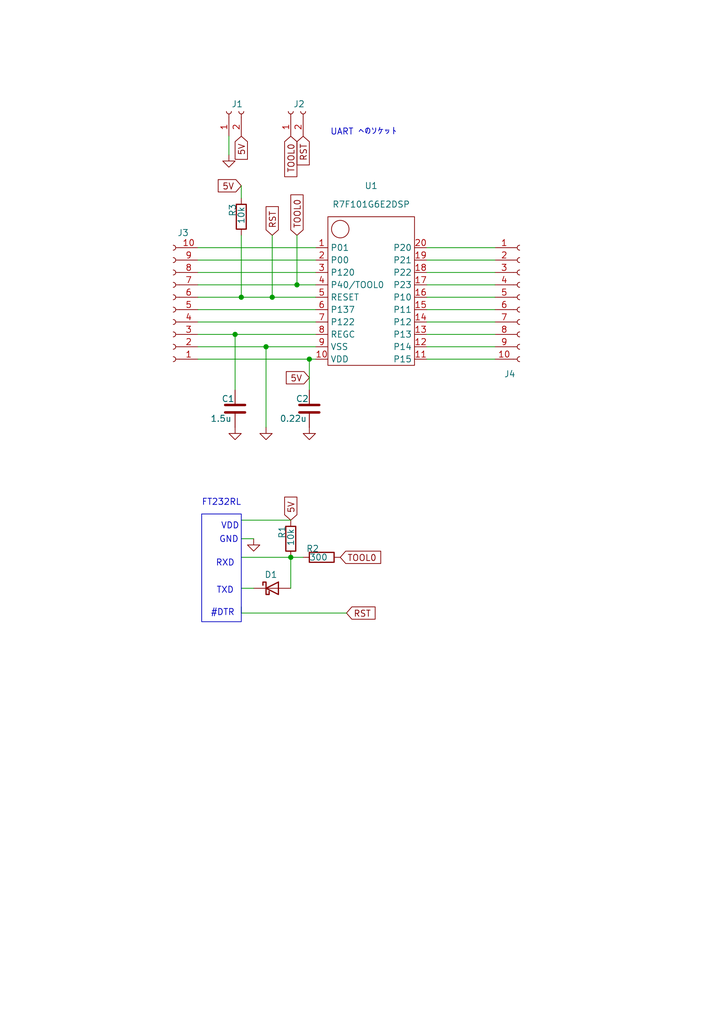
<source format=kicad_sch>
(kicad_sch (version 20250114) (generator "eeschema") (generator_version "9.0")
  (paper "A5" portrait)
  (lib_symbols
    (symbol "0Ore:R7F101G6E2DSP"
      (property "Reference" "U" (at 0 0 0))
      (symbol "R7F101G6E2DSP_0_1"
        (rectangle (start -8.89 31.75) (end 8.89 1.27))
        (circle (center -6.35 29.21) (radius 1.7961))
      )
      (symbol "R7F101G6E2DSP_1_1"
        (pin unspecified line (at -11.43 25.4 0) (length 2.54) (name "P01") (number "1"))
        (pin unspecified line (at -11.43 22.86 0) (length 2.54) (name "P00") (number "2"))
        (pin unspecified line (at -11.43 20.32 0) (length 2.54) (name "P120") (number "3"))
        (pin unspecified line (at -11.43 17.78 0) (length 2.54) (name "P40/TOOL0") (number "4"))
        (pin unspecified line (at -11.43 15.24 0) (length 2.54) (name "RESET") (number "5"))
        (pin unspecified line (at -11.43 12.7 0) (length 2.54) (name "P137") (number "6"))
        (pin unspecified line (at -11.43 10.16 0) (length 2.54) (name "P122") (number "7"))
        (pin unspecified line (at -11.43 7.62 0) (length 2.54) (name "REGC") (number "8"))
        (pin unspecified line (at -11.43 5.08 0) (length 2.54) (name "VSS") (number "9"))
        (pin unspecified line (at -11.43 2.54 0) (length 2.54) (name "VDD") (number "10"))
        (pin unspecified line (at 11.43 25.4 180) (length 2.54) (name "P20") (number "20"))
        (pin unspecified line (at 11.43 22.86 180) (length 2.54) (name "P21") (number "19"))
        (pin unspecified line (at 11.43 20.32 180) (length 2.54) (name "P22") (number "18"))
        (pin unspecified line (at 11.43 17.78 180) (length 2.54) (name "P23") (number "17"))
        (pin unspecified line (at 11.43 15.24 180) (length 2.54) (name "P10") (number "16"))
        (pin unspecified line (at 11.43 12.7 180) (length 2.54) (name "P11") (number "15"))
        (pin unspecified line (at 11.43 10.16 180) (length 2.54) (name "P12") (number "14"))
        (pin unspecified line (at 11.43 7.62 180) (length 2.54) (name "P13") (number "13"))
        (pin unspecified line (at 11.43 5.08 180) (length 2.54) (name "P14") (number "12"))
        (pin unspecified line (at 11.43 2.54 180) (length 2.54) (name "P15") (number "11"))
      )
    )
    (symbol "Connector:Conn_01x02_Socket" (pin_names (offset 1.016) (hide yes))
      (property "Reference" "J" (at 0 2.54 0))
      (property "Value" "Conn_01x02_Socket" (at 0 -5.08 0))
      (symbol "Conn_01x02_Socket_1_1"
        (polyline (pts (xy -1.27 0) (xy -0.508 0)) (stroke (width 0.1524)))
        (polyline (pts (xy -1.27 -2.54) (xy -0.508 -2.54)) (stroke (width 0.1524)))
        (arc (start 0 -0.508) (mid -0.5058 0) (end 0 0.508) (stroke (width 0.1524)))
        (arc (start 0 -3.048) (mid -0.5058 -2.54) (end 0 -2.032) (stroke (width 0.1524)))
        (pin passive line (at -5.08 0 0) (length 3.81) (name "Pin_1") (number "1"))
        (pin passive line (at -5.08 -2.54 0) (length 3.81) (name "Pin_2") (number "2"))
      )
    )
    (symbol "Connector:Conn_01x10_Socket" (pin_names (offset 1.016) (hide yes))
      (property "Reference" "J" (at 0 12.7 0))
      (property "Value" "Conn_01x10_Socket" (at 0 -15.24 0))
      (symbol "Conn_01x10_Socket_1_1"
        (polyline (pts (xy -1.27 10.16) (xy -0.508 10.16)) (stroke (width 0.1524)))
        (polyline (pts (xy -1.27 7.62) (xy -0.508 7.62)) (stroke (width 0.1524)))
        (polyline (pts (xy -1.27 5.08) (xy -0.508 5.08)) (stroke (width 0.1524)))
        (polyline (pts (xy -1.27 2.54) (xy -0.508 2.54)) (stroke (width 0.1524)))
        (polyline (pts (xy -1.27 0) (xy -0.508 0)) (stroke (width 0.1524)))
        (polyline (pts (xy -1.27 -2.54) (xy -0.508 -2.54)) (stroke (width 0.1524)))
        (polyline (pts (xy -1.27 -5.08) (xy -0.508 -5.08)) (stroke (width 0.1524)))
        (polyline (pts (xy -1.27 -7.62) (xy -0.508 -7.62)) (stroke (width 0.1524)))
        (polyline (pts (xy -1.27 -10.16) (xy -0.508 -10.16)) (stroke (width 0.1524)))
        (polyline (pts (xy -1.27 -12.7) (xy -0.508 -12.7)) (stroke (width 0.1524)))
        (arc (start 0 9.652) (mid -0.5058 10.16) (end 0 10.668) (stroke (width 0.1524)))
        (arc (start 0 7.112) (mid -0.5058 7.62) (end 0 8.128) (stroke (width 0.1524)))
        (arc (start 0 4.572) (mid -0.5058 5.08) (end 0 5.588) (stroke (width 0.1524)))
        (arc (start 0 2.032) (mid -0.5058 2.54) (end 0 3.048) (stroke (width 0.1524)))
        (arc (start 0 -0.508) (mid -0.5058 0) (end 0 0.508) (stroke (width 0.1524)))
        (arc (start 0 -3.048) (mid -0.5058 -2.54) (end 0 -2.032) (stroke (width 0.1524)))
        (arc (start 0 -5.588) (mid -0.5058 -5.08) (end 0 -4.572) (stroke (width 0.1524)))
        (arc (start 0 -8.128) (mid -0.5058 -7.62) (end 0 -7.112) (stroke (width 0.1524)))
        (arc (start 0 -10.668) (mid -0.5058 -10.16) (end 0 -9.652) (stroke (width 0.1524)))
        (arc (start 0 -13.208) (mid -0.5058 -12.7) (end 0 -12.192) (stroke (width 0.1524)))
        (pin passive line (at -5.08 10.16 0) (length 3.81) (name "Pin_1") (number "1"))
        (pin passive line (at -5.08 7.62 0) (length 3.81) (name "Pin_2") (number "2"))
        (pin passive line (at -5.08 5.08 0) (length 3.81) (name "Pin_3") (number "3"))
        (pin passive line (at -5.08 2.54 0) (length 3.81) (name "Pin_4") (number "4"))
        (pin passive line (at -5.08 0 0) (length 3.81) (name "Pin_5") (number "5"))
        (pin passive line (at -5.08 -2.54 0) (length 3.81) (name "Pin_6") (number "6"))
        (pin passive line (at -5.08 -5.08 0) (length 3.81) (name "Pin_7") (number "7"))
        (pin passive line (at -5.08 -7.62 0) (length 3.81) (name "Pin_8") (number "8"))
        (pin passive line (at -5.08 -10.16 0) (length 3.81) (name "Pin_9") (number "9"))
        (pin passive line (at -5.08 -12.7 0) (length 3.81) (name "Pin_10") (number "10"))
      )
    )
    (symbol "Device:C" (pin_numbers (hide yes)) (pin_names (offset 0.254))
      (property "Reference" "C" (at 0.635 2.54 0))
      (property "Value" "C" (at 0.635 -2.54 0))
      (symbol "C_0_1"
        (polyline (pts (xy -2.032 0.762) (xy 2.032 0.762)) (stroke (width 0.508)))
        (polyline (pts (xy -2.032 -0.762) (xy 2.032 -0.762)) (stroke (width 0.508)))
      )
      (symbol "C_1_1"
        (pin passive line (at 0 3.81 270) (length 2.794) (name "~") (number "1"))
        (pin passive line (at 0 -3.81 90) (length 2.794) (name "~") (number "2"))
      )
    )
    (symbol "Device:D_Schottky" (pin_numbers (hide yes)) (pin_names (offset 1.016) (hide yes))
      (property "Reference" "D" (at 0 2.54 0))
      (property "Value" "D_Schottky" (at 0 -2.54 0))
      (symbol "D_Schottky_0_1"
        (polyline (pts (xy -1.905 0.635) (xy -1.905 1.27) (xy -1.27 1.27) (xy -1.27 -1.27) (xy -0.635 -1.27) (xy -0.635 -0.635)) (stroke (width 0.254)))
        (polyline (pts (xy 1.27 1.27) (xy 1.27 -1.27) (xy -1.27 0) (xy 1.27 1.27)) (stroke (width 0.254)))
        (polyline (pts (xy 1.27 0) (xy -1.27 0)))
      )
      (symbol "D_Schottky_1_1"
        (pin passive line (at -3.81 0 0) (length 2.54) (name "K") (number "1"))
        (pin passive line (at 3.81 0 180) (length 2.54) (name "A") (number "2"))
      )
    )
    (symbol "Device:R" (pin_numbers (hide yes)) (pin_names (offset 0))
      (property "Reference" "R" (at 2.032 0 90))
      (property "Value" "R" (at 0 0 90))
      (symbol "R_0_1"
        (rectangle (start -1.016 -2.54) (end 1.016 2.54) (stroke (width 0.254)))
      )
      (symbol "R_1_1"
        (pin passive line (at 0 3.81 270) (length 1.27) (name "~") (number "1"))
        (pin passive line (at 0 -3.81 90) (length 1.27) (name "~") (number "2"))
      )
    )
    (symbol "power:GND" (power) (pin_numbers (hide yes)) (pin_names (offset 0) (hide yes))
      (property "Value" "GND" (at 0 -3.81 0))
      (symbol "GND_0_1"
        (polyline (pts (xy 0 0) (xy 0 -1.27) (xy 1.27 -1.27) (xy 0 -2.54) (xy -1.27 -1.27) (xy 0 -1.27)))
      )
      (symbol "GND_1_1"
        (pin power_in line (at 0 0 270) (length 0) (name "~") (number "1"))
      )
    )
  )
  (rectangle (start 41.402 105.41) (end 49.53 127.508))
  (text "VDD" (at 47.244 107.95 0) (effects (font (size 1.27 1.27))))
  (text "RXD" (at 46.228 115.57 0) (effects (font (size 1.27 1.27))))
  (text "#DTR" (at 45.72 125.73 0) (effects (font (size 1.27 1.27))))
  (text "FT232RL" (at 45.466 103.124 0) (effects (font (size 1.27 1.27))))
  (text "UART へのソケット" (at 74.676 27.178 0) (effects (font (size 1.27 1.27))))
  (text "GND" (at 46.99 110.744 0) (effects (font (size 1.27 1.27))))
  (text "TXD" (at 46.228 121.158 0) (effects (font (size 1.27 1.27))))
  (junction (at 63.5 73.66))
  (junction (at 59.69 114.3))
  (junction (at 55.88 60.96))
  (junction (at 60.96 58.42))
  (junction (at 48.26 68.58))
  (junction (at 54.61 71.12))
  (junction (at 49.53 60.96))
  (wire (pts (xy 40.64 58.42) (xy 60.96 58.42)))
  (wire (pts (xy 48.26 80.01) (xy 48.26 68.58)))
  (wire (pts (xy 48.26 68.58) (xy 64.77 68.58)))
  (wire (pts (xy 40.64 68.58) (xy 48.26 68.58)))
  (wire (pts (xy 40.64 60.96) (xy 49.53 60.96)))
  (wire (pts (xy 49.53 38.1) (xy 49.53 40.64)))
  (wire (pts (xy 87.63 66.04) (xy 101.6 66.04)))
  (wire (pts (xy 49.53 60.96) (xy 55.88 60.96)))
  (wire (pts (xy 59.69 114.3) (xy 59.69 120.65)))
  (wire (pts (xy 40.64 73.66) (xy 63.5 73.66)))
  (wire (pts (xy 40.64 71.12) (xy 54.61 71.12)))
  (wire (pts (xy 49.53 114.3) (xy 59.69 114.3)))
  (wire (pts (xy 55.88 48.26) (xy 55.88 60.96)))
  (wire (pts (xy 63.5 73.66) (xy 63.5 80.01)))
  (wire (pts (xy 64.77 71.12) (xy 54.61 71.12)))
  (wire (pts (xy 46.99 31.75) (xy 46.99 27.94)))
  (wire (pts (xy 87.63 63.5) (xy 101.6 63.5)))
  (wire (pts (xy 54.61 71.12) (xy 54.61 87.63)))
  (wire (pts (xy 60.96 58.42) (xy 64.77 58.42)))
  (wire (pts (xy 49.53 120.65) (xy 52.07 120.65)))
  (wire (pts (xy 40.64 63.5) (xy 64.77 63.5)))
  (wire (pts (xy 64.77 73.66) (xy 63.5 73.66)))
  (wire (pts (xy 40.64 50.8) (xy 64.77 50.8)))
  (wire (pts (xy 87.63 50.8) (xy 101.6 50.8)))
  (wire (pts (xy 71.12 125.73) (xy 49.53 125.73)))
  (wire (pts (xy 87.63 53.34) (xy 101.6 53.34)))
  (wire (pts (xy 60.96 48.26) (xy 60.96 58.42)))
  (wire (pts (xy 49.53 106.68) (xy 59.69 106.68)))
  (wire (pts (xy 40.64 55.88) (xy 64.77 55.88)))
  (wire (pts (xy 49.53 110.49) (xy 52.07 110.49)))
  (wire (pts (xy 87.63 58.42) (xy 101.6 58.42)))
  (wire (pts (xy 55.88 60.96) (xy 64.77 60.96)))
  (wire (pts (xy 87.63 71.12) (xy 101.6 71.12)))
  (wire (pts (xy 87.63 68.58) (xy 101.6 68.58)))
  (wire (pts (xy 49.53 48.26) (xy 49.53 60.96)))
  (wire (pts (xy 87.63 60.96) (xy 101.6 60.96)))
  (wire (pts (xy 40.64 53.34) (xy 64.77 53.34)))
  (wire (pts (xy 87.63 55.88) (xy 101.6 55.88)))
  (wire (pts (xy 87.63 73.66) (xy 101.6 73.66)))
  (wire (pts (xy 59.69 114.3) (xy 62.23 114.3)))
  (wire (pts (xy 49.53 124.46) (xy 49.53 125.73)))
  (wire (pts (xy 40.64 66.04) (xy 64.77 66.04)))
  (global_label "5V" (shape input) (at 49.53 38.1 180) (property "Intersheetrefs" "${INTERSHEET_REFS}" (effects (hide yes))))
  (global_label "5V" (shape input) (at 49.53 27.94 270) (property "Intersheetrefs" "${INTERSHEET_REFS}" (effects (hide yes))))
  (global_label "TOOL0" (shape input) (at 59.69 27.94 270) (property "Intersheetrefs" "${INTERSHEET_REFS}" (effects (hide yes))))
  (global_label "RST" (shape input) (at 62.23 27.94 270) (property "Intersheetrefs" "${INTERSHEET_REFS}" (effects (hide yes))))
  (global_label "TOOL0" (shape input) (at 60.96 48.26 90) (property "Intersheetrefs" "${INTERSHEET_REFS}" (effects (hide yes))))
  (global_label "RST" (shape input) (at 71.12 125.73 0) (property "Intersheetrefs" "${INTERSHEET_REFS}" (effects (hide yes))))
  (global_label "5V" (shape input) (at 59.69 106.68 90) (property "Intersheetrefs" "${INTERSHEET_REFS}" (effects (hide yes))))
  (global_label "5V" (shape input) (at 63.5 77.47 180) (property "Intersheetrefs" "${INTERSHEET_REFS}" (effects (hide yes))))
  (global_label "RST" (shape input) (at 55.88 48.26 90) (property "Intersheetrefs" "${INTERSHEET_REFS}" (effects (hide yes))))
  (global_label "TOOL0" (shape input) (at 69.85 114.3 0) (property "Intersheetrefs" "${INTERSHEET_REFS}" (effects (hide yes))))
  (symbol (lib_id "power:GND") (at 52.07 110.49 0) (unit 1)
    (property "Reference" "#PWR05" (effects (hide yes)))
    (property "Value" "GND" (effects (hide yes)))
    (property "Description" "Power symbol creates a global label with name \"GND\" , ground" (effects (hide yes)))
  )
  (symbol (lib_id "Connector:Conn_01x10_Socket") (at 35.56 63.5 180) (unit 1)
    (property "Reference" "J3" (at 37.592 47.752 0))
    (property "Value" "Conn_01x10_Socket" (effects (hide yes)))
    (property "Description" "Generic connector, single row, 01x10, script generated" (effects (hide yes)))
  )
  (symbol (lib_id "power:GND") (at 63.5 87.63 0) (unit 1)
    (property "Reference" "#PWR02" (effects (hide yes)))
    (property "Value" "GND" (effects (hide yes)))
    (property "Description" "Power symbol creates a global label with name \"GND\" , ground" (effects (hide yes)))
  )
  (symbol (lib_id "Device:R") (at 66.04 114.3 90) (unit 1)
    (property "Reference" "R2" (at 65.532 112.522 90) (effects (justify left)))
    (property "Value" "300" (at 67.31 114.3 90) (effects (justify left)))
    (property "Description" "Resistor" (effects (hide yes)))
  )
  (symbol (lib_id "power:GND") (at 48.26 87.63 0) (unit 1)
    (property "Reference" "#PWR01" (effects (hide yes)))
    (property "Value" "GND" (effects (hide yes)))
    (property "Description" "Power symbol creates a global label with name \"GND\" , ground" (effects (hide yes)))
  )
  (symbol (lib_id "Connector:Conn_01x10_Socket") (at 106.68 60.96 0) (unit 1)
    (property "Reference" "J4" (at 104.648 76.708 0))
    (property "Value" "Conn_01x10_Socket" (effects (hide yes)))
    (property "Description" "Generic connector, single row, 01x10, script generated" (effects (hide yes)))
  )
  (symbol (lib_id "Device:R") (at 59.69 110.49 0) (unit 1)
    (property "Reference" "R1" (at 57.912 110.49 90) (effects (justify left)))
    (property "Value" "10k" (at 59.69 112.014 90) (effects (justify left)))
    (property "Description" "Resistor" (effects (hide yes)))
  )
  (symbol (lib_id "power:GND") (at 46.99 31.75 0) (unit 1)
    (property "Reference" "#PWR04" (effects (hide yes)))
    (property "Value" "GND" (effects (hide yes)))
    (property "Description" "Power symbol creates a global label with name \"GND\" , ground" (effects (hide yes)))
  )
  (symbol (lib_id "Device:C") (at 48.26 83.82 0) (unit 1)
    (property "Reference" "C1" (at 45.466 81.788 0) (effects (justify left)))
    (property "Value" "1.5u" (at 43.18 85.852 0) (effects (justify left)))
    (property "Description" "Unpolarized capacitor" (effects (hide yes)))
  )
  (symbol (lib_id "0Ore:R7F101G6E2DSP") (at 76.2 76.2 0) (unit 1)
    (property "Reference" "U1" (at 76.2 38.1 0))
    (property "Value" "R7F101G6E2DSP" (at 76.2 41.91 0))
  )
  (symbol (lib_id "Connector:Conn_01x02_Socket") (at 59.69 22.86 90) (unit 1)
    (property "Reference" "J2" (at 60.198 21.336 90) (effects (justify right)))
    (property "Value" "Conn_01x02_Socket" (effects (hide yes)))
    (property "Description" "Generic connector, single row, 01x02, script generated" (effects (hide yes)))
  )
  (symbol (lib_id "Connector:Conn_01x02_Socket") (at 46.99 22.86 90) (unit 1)
    (property "Reference" "J1" (at 47.498 21.336 90) (effects (justify right)))
    (property "Value" "Conn_01x02_Socket" (effects (hide yes)))
    (property "Description" "Generic connector, single row, 01x02, script generated" (effects (hide yes)))
  )
  (symbol (lib_id "Device:R") (at 49.53 44.45 0) (unit 1)
    (property "Reference" "R3" (at 47.752 44.45 90) (effects (justify left)))
    (property "Value" "10k" (at 49.53 45.974 90) (effects (justify left)))
    (property "Description" "Resistor" (effects (hide yes)))
  )
  (symbol (lib_id "power:GND") (at 54.61 87.63 0) (unit 1)
    (property "Reference" "#PWR03" (effects (hide yes)))
    (property "Value" "GND" (effects (hide yes)))
    (property "Description" "Power symbol creates a global label with name \"GND\" , ground" (effects (hide yes)))
  )
  (symbol (lib_id "Device:C") (at 63.5 83.82 0) (unit 1)
    (property "Reference" "C2" (at 60.706 81.788 0) (effects (justify left)))
    (property "Value" "0.22u" (at 57.404 85.852 0) (effects (justify left)))
    (property "Description" "Unpolarized capacitor" (effects (hide yes)))
  )
  (symbol (lib_id "Device:D_Schottky") (at 55.88 120.65 0) (unit 1)
    (property "Reference" "D1" (at 55.626 117.856 0))
    (property "Value" "D_Schottky" (effects (hide yes)))
    (property "Description" "Schottky diode" (effects (hide yes)))
  )
)
</source>
